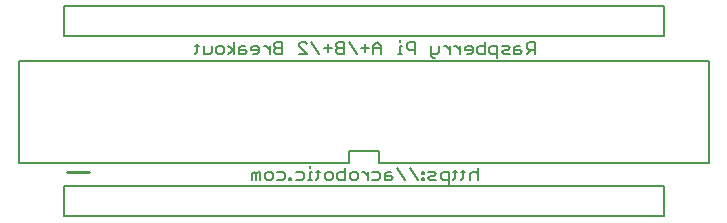
<source format=gbo>
G75*
%MOIN*%
%OFA0B0*%
%FSLAX25Y25*%
%IPPOS*%
%LPD*%
%AMOC8*
5,1,8,0,0,1.08239X$1,22.5*
%
%ADD10C,0.00500*%
%ADD11C,0.00800*%
%ADD12C,0.01000*%
D10*
X0080897Y0013883D02*
X0080897Y0015884D01*
X0081564Y0016552D01*
X0082231Y0015884D01*
X0082231Y0013883D01*
X0083566Y0013883D02*
X0083566Y0016552D01*
X0082899Y0016552D01*
X0082231Y0015884D01*
X0085040Y0015884D02*
X0085708Y0016552D01*
X0087042Y0016552D01*
X0087709Y0015884D01*
X0087709Y0014550D01*
X0087042Y0013883D01*
X0085708Y0013883D01*
X0085040Y0014550D01*
X0085040Y0015884D01*
X0089184Y0016552D02*
X0091186Y0016552D01*
X0091853Y0015884D01*
X0091853Y0014550D01*
X0091186Y0013883D01*
X0089184Y0013883D01*
X0093257Y0013883D02*
X0093257Y0014550D01*
X0093925Y0014550D01*
X0093925Y0013883D01*
X0093257Y0013883D01*
X0095399Y0013883D02*
X0097401Y0013883D01*
X0098068Y0014550D01*
X0098068Y0015884D01*
X0097401Y0016552D01*
X0095399Y0016552D01*
X0100163Y0016552D02*
X0100163Y0013883D01*
X0099496Y0013883D02*
X0100831Y0013883D01*
X0102258Y0013883D02*
X0102926Y0014550D01*
X0102926Y0017219D01*
X0103593Y0016552D02*
X0102258Y0016552D01*
X0100831Y0016552D02*
X0100163Y0016552D01*
X0100163Y0017886D02*
X0100163Y0018553D01*
X0105068Y0015884D02*
X0105735Y0016552D01*
X0107069Y0016552D01*
X0107736Y0015884D01*
X0107736Y0014550D01*
X0107069Y0013883D01*
X0105735Y0013883D01*
X0105068Y0014550D01*
X0105068Y0015884D01*
X0109211Y0015884D02*
X0109211Y0014550D01*
X0109878Y0013883D01*
X0111880Y0013883D01*
X0111880Y0017886D01*
X0111880Y0016552D02*
X0109878Y0016552D01*
X0109211Y0015884D01*
X0113355Y0015884D02*
X0113355Y0014550D01*
X0114022Y0013883D01*
X0115356Y0013883D01*
X0116024Y0014550D01*
X0116024Y0015884D01*
X0115356Y0016552D01*
X0114022Y0016552D01*
X0113355Y0015884D01*
X0117475Y0016552D02*
X0118142Y0016552D01*
X0119477Y0015217D01*
X0119477Y0013883D02*
X0119477Y0016552D01*
X0120951Y0016552D02*
X0122953Y0016552D01*
X0123620Y0015884D01*
X0123620Y0014550D01*
X0122953Y0013883D01*
X0120951Y0013883D01*
X0125095Y0013883D02*
X0127096Y0013883D01*
X0127764Y0014550D01*
X0127096Y0015217D01*
X0125095Y0015217D01*
X0125095Y0015884D02*
X0125095Y0013883D01*
X0125095Y0015884D02*
X0125762Y0016552D01*
X0127096Y0016552D01*
X0129238Y0017886D02*
X0131907Y0013883D01*
X0136051Y0013883D02*
X0133382Y0017886D01*
X0137455Y0016552D02*
X0137455Y0015884D01*
X0138122Y0015884D01*
X0138122Y0016552D01*
X0137455Y0016552D01*
X0139597Y0016552D02*
X0141599Y0016552D01*
X0142266Y0015884D01*
X0141599Y0015217D01*
X0140264Y0015217D01*
X0139597Y0014550D01*
X0140264Y0013883D01*
X0142266Y0013883D01*
X0143741Y0014550D02*
X0144408Y0013883D01*
X0146410Y0013883D01*
X0146410Y0012548D02*
X0146410Y0016552D01*
X0144408Y0016552D01*
X0143741Y0015884D01*
X0143741Y0014550D01*
X0147837Y0013883D02*
X0148505Y0014550D01*
X0148505Y0017219D01*
X0149172Y0016552D02*
X0147837Y0016552D01*
X0150600Y0016552D02*
X0151934Y0016552D01*
X0151267Y0017219D02*
X0151267Y0014550D01*
X0150600Y0013883D01*
X0153409Y0013883D02*
X0153409Y0015884D01*
X0154076Y0016552D01*
X0155411Y0016552D01*
X0156078Y0015884D01*
X0156078Y0013883D02*
X0156078Y0017886D01*
X0138122Y0014550D02*
X0138122Y0013883D01*
X0137455Y0013883D01*
X0137455Y0014550D01*
X0138122Y0014550D01*
X0141300Y0054548D02*
X0141967Y0054548D01*
X0141300Y0054548D02*
X0140633Y0055216D01*
X0140633Y0058552D01*
X0143302Y0058552D02*
X0143302Y0056550D01*
X0142635Y0055883D01*
X0140633Y0055883D01*
X0135015Y0055883D02*
X0135015Y0059886D01*
X0133013Y0059886D01*
X0132346Y0059219D01*
X0132346Y0057884D01*
X0133013Y0057217D01*
X0135015Y0057217D01*
X0130871Y0055883D02*
X0129537Y0055883D01*
X0130204Y0055883D02*
X0130204Y0058552D01*
X0130871Y0058552D01*
X0130204Y0059886D02*
X0130204Y0060553D01*
X0123965Y0058552D02*
X0122631Y0059886D01*
X0121296Y0058552D01*
X0121296Y0055883D01*
X0123965Y0055883D02*
X0123965Y0058552D01*
X0123965Y0057884D02*
X0121296Y0057884D01*
X0119822Y0057884D02*
X0117153Y0057884D01*
X0118487Y0056550D02*
X0118487Y0059219D01*
X0115678Y0055883D02*
X0113009Y0059886D01*
X0111535Y0059886D02*
X0109533Y0059886D01*
X0108866Y0059219D01*
X0108866Y0058552D01*
X0109533Y0057884D01*
X0111535Y0057884D01*
X0109533Y0057884D02*
X0108866Y0057217D01*
X0108866Y0056550D01*
X0109533Y0055883D01*
X0111535Y0055883D01*
X0111535Y0059886D01*
X0106057Y0059219D02*
X0106057Y0056550D01*
X0107391Y0057884D02*
X0104722Y0057884D01*
X0103248Y0055883D02*
X0100579Y0059886D01*
X0099104Y0059219D02*
X0098437Y0059886D01*
X0097102Y0059886D01*
X0096435Y0059219D01*
X0096435Y0058552D01*
X0099104Y0055883D01*
X0096435Y0055883D01*
X0090817Y0055883D02*
X0088815Y0055883D01*
X0088148Y0056550D01*
X0088148Y0057217D01*
X0088815Y0057884D01*
X0090817Y0057884D01*
X0088815Y0057884D02*
X0088148Y0058552D01*
X0088148Y0059219D01*
X0088815Y0059886D01*
X0090817Y0059886D01*
X0090817Y0055883D01*
X0086673Y0055883D02*
X0086673Y0058552D01*
X0085339Y0058552D02*
X0084672Y0058552D01*
X0085339Y0058552D02*
X0086673Y0057217D01*
X0083221Y0057217D02*
X0080552Y0057217D01*
X0080552Y0057884D01*
X0081219Y0058552D01*
X0082553Y0058552D01*
X0083221Y0057884D01*
X0083221Y0056550D01*
X0082553Y0055883D01*
X0081219Y0055883D01*
X0079077Y0056550D02*
X0078410Y0057217D01*
X0076408Y0057217D01*
X0076408Y0057884D02*
X0076408Y0055883D01*
X0078410Y0055883D01*
X0079077Y0056550D01*
X0077075Y0058552D02*
X0076408Y0057884D01*
X0077075Y0058552D02*
X0078410Y0058552D01*
X0074933Y0059886D02*
X0074933Y0055883D01*
X0074933Y0057217D02*
X0072932Y0055883D01*
X0071481Y0056550D02*
X0070813Y0055883D01*
X0069479Y0055883D01*
X0068812Y0056550D01*
X0068812Y0057884D01*
X0069479Y0058552D01*
X0070813Y0058552D01*
X0071481Y0057884D01*
X0071481Y0056550D01*
X0072932Y0058552D02*
X0074933Y0057217D01*
X0067337Y0056550D02*
X0066670Y0055883D01*
X0064668Y0055883D01*
X0064668Y0058552D01*
X0063193Y0058552D02*
X0061859Y0058552D01*
X0062526Y0059219D02*
X0062526Y0056550D01*
X0061859Y0055883D01*
X0067337Y0056550D02*
X0067337Y0058552D01*
X0144753Y0058552D02*
X0145420Y0058552D01*
X0146755Y0057217D01*
X0146755Y0055883D02*
X0146755Y0058552D01*
X0148206Y0058552D02*
X0148873Y0058552D01*
X0150208Y0057217D01*
X0150208Y0055883D02*
X0150208Y0058552D01*
X0151682Y0057884D02*
X0152350Y0058552D01*
X0153684Y0058552D01*
X0154351Y0057884D01*
X0154351Y0056550D01*
X0153684Y0055883D01*
X0152350Y0055883D01*
X0151682Y0057217D02*
X0154351Y0057217D01*
X0155826Y0056550D02*
X0155826Y0057884D01*
X0156493Y0058552D01*
X0158495Y0058552D01*
X0159969Y0057884D02*
X0159969Y0056550D01*
X0160637Y0055883D01*
X0162638Y0055883D01*
X0164113Y0056550D02*
X0164780Y0057217D01*
X0166115Y0057217D01*
X0166782Y0057884D01*
X0166115Y0058552D01*
X0164113Y0058552D01*
X0162638Y0058552D02*
X0160637Y0058552D01*
X0159969Y0057884D01*
X0162638Y0058552D02*
X0162638Y0054548D01*
X0164113Y0056550D02*
X0164780Y0055883D01*
X0166782Y0055883D01*
X0168257Y0055883D02*
X0170258Y0055883D01*
X0170925Y0056550D01*
X0170258Y0057217D01*
X0168257Y0057217D01*
X0168257Y0057884D02*
X0168257Y0055883D01*
X0168257Y0057884D02*
X0168924Y0058552D01*
X0170258Y0058552D01*
X0172400Y0059219D02*
X0172400Y0057884D01*
X0173067Y0057217D01*
X0175069Y0057217D01*
X0173735Y0057217D02*
X0172400Y0055883D01*
X0175069Y0055883D02*
X0175069Y0059886D01*
X0173067Y0059886D01*
X0172400Y0059219D01*
X0158495Y0059886D02*
X0158495Y0055883D01*
X0156493Y0055883D01*
X0155826Y0056550D01*
X0151682Y0057217D02*
X0151682Y0057884D01*
D11*
X0018000Y0011883D02*
X0018000Y0001883D01*
X0218000Y0001883D01*
X0218000Y0011883D01*
X0018000Y0011883D01*
X0003000Y0019633D02*
X0113000Y0019633D01*
X0113000Y0023633D01*
X0123000Y0023633D01*
X0123000Y0019633D01*
X0233000Y0019633D01*
X0233000Y0053833D01*
X0003000Y0053833D01*
X0003000Y0019633D01*
X0018000Y0061883D02*
X0018000Y0071883D01*
X0218000Y0071883D01*
X0218000Y0061883D01*
X0018000Y0061883D01*
D12*
X0019000Y0016633D02*
X0026500Y0016633D01*
M02*

</source>
